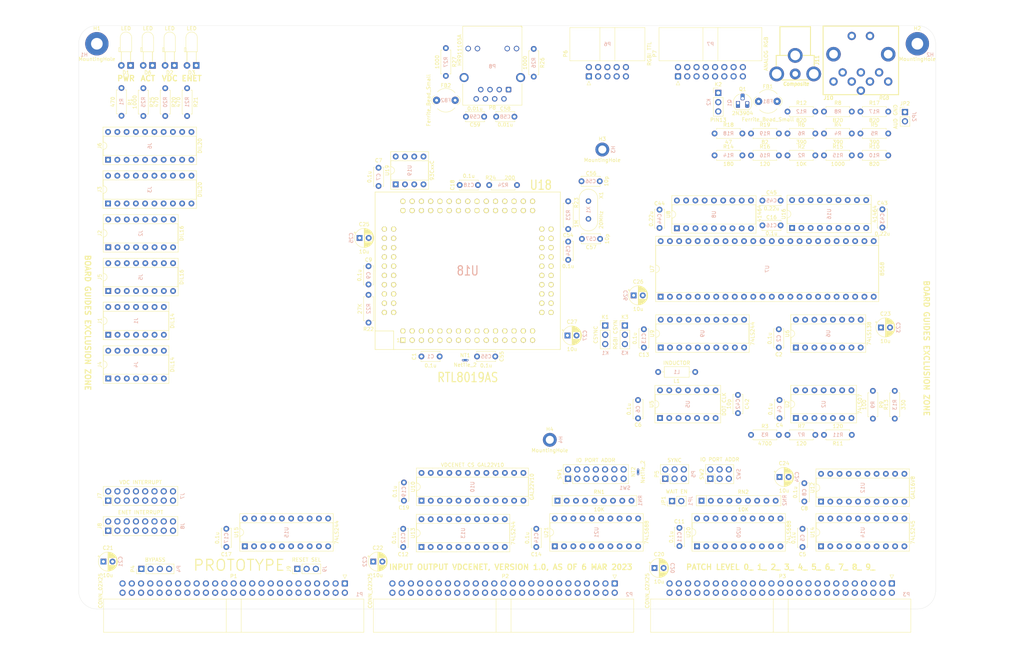
<source format=kicad_pcb>
(kicad_pcb (version 20211014) (generator pcbnew)
  (layers (0 "F.Cu" signal) (31 "B.Cu" signal) (34 "B.Paste" user) (35 "F.Paste" user) (36 "B.SilkS" user "B.Silkscreen") (37 "F.SilkS" user "F.Silkscreen") (38 "B.Mask" user) (39 "F.Mask" user) (44 "Edge.Cuts" user))
  (net 0 "")
  (net 1 "GND")
  (net 2 "VCC")
  (net 3 "/VDC/DCLK#")
  (net 4 "Net-(C56-Pad2)")
  (net 5 "Net-(C57-Pad2)")
  (net 6 "Net-(RN1-Pad9)")
  (net 7 "Net-(RN1-Pad5)")
  (net 8 "Net-(RN1-Pad4)")
  (net 9 "Net-(RN1-Pad3)")
  (net 10 "Net-(RN1-Pad2)")
  (net 11 "Net-(D1-Pad2)")
  (net 12 "-12V")
  (net 13 "~{EIRQ0}")
  (net 14 "~{EIRQ1}")
  (net 15 "~{EIRQ2}")
  (net 16 "~{EIRQ3}")
  (net 17 "~{EIRQ4}")
  (net 18 "~{EIRQ5}")
  (net 19 "~{EIRQ6}")
  (net 20 "~{EIRQ7}")
  (net 21 "~{M1}")
  (net 22 "~{IORQ}")
  (net 23 "~{WR}")
  (net 24 "~{RD}")
  (net 25 "A0")
  (net 26 "A1")
  (net 27 "A2")
  (net 28 "A3")
  (net 29 "A4")
  (net 30 "A5")
  (net 31 "A6")
  (net 32 "A7")
  (net 33 "+12V")
  (net 34 "D0")
  (net 35 "D1")
  (net 36 "D2")
  (net 37 "D3")
  (net 38 "D4")
  (net 39 "D5")
  (net 40 "D6")
  (net 41 "D7")
  (net 42 "ONE")
  (net 43 "ZERO")
  (net 44 "bD6")
  (net 45 "bD5")
  (net 46 "bD4")
  (net 47 "bD3")
  (net 48 "bD2")
  (net 49 "bD1")
  (net 50 "bD0")
  (net 51 "~{bWR}")
  (net 52 "~{bRD}")
  (net 53 "bA0")
  (net 54 "bD7")
  (net 55 "~{bRESET}")
  (net 56 "~{bM1}")
  (net 57 "bA7")
  (net 58 "bA6")
  (net 59 "bA5")
  (net 60 "bA4")
  (net 61 "~{bIORQ}")
  (net 62 "bA1")
  (net 63 "bA2")
  (net 64 "bA3")
  (net 165 "/bus/D15")
  (net 166 "/bus/D31")
  (net 167 "/bus/D14")
  (net 168 "/bus/D30")
  (net 169 "/bus/D13")
  (net 170 "/bus/D29")
  (net 171 "/bus/D12")
  (net 172 "/bus/D28")
  (net 173 "/bus/D11")
  (net 174 "/bus/D27")
  (net 175 "/bus/D10")
  (net 176 "/bus/D26")
  (net 177 "/bus/D9")
  (net 178 "/bus/D25")
  (net 179 "/bus/D8")
  (net 180 "/bus/D24")
  (net 181 "/bus/D23")
  (net 182 "/bus/D22")
  (net 183 "/bus/D21")
  (net 184 "/bus/D20")
  (net 185 "/bus/D19")
  (net 186 "/bus/D18")
  (net 187 "/bus/D17")
  (net 188 "/bus/D16")
  (net 189 "/bus/~{BUSERR}")
  (net 190 "/bus/UDS")
  (net 191 "/bus/~{VPA}")
  (net 192 "/bus/LDS")
  (net 193 "/bus/~{VMA}")
  (net 194 "/bus/S2")
  (net 195 "/bus/~{BHE}")
  (net 196 "/bus/S1")
  (net 197 "/bus/IPL2")
  (net 198 "/bus/S0")
  (net 199 "/bus/IPL1")
  (net 200 "/bus/AUXCLK3")
  (net 201 "/bus/IPL0")
  (net 202 "/bus/AUXCLK2")
  (net 203 "/bus/A15")
  (net 204 "/bus/A31")
  (net 205 "/bus/A14")
  (net 206 "/bus/A30")
  (net 207 "/bus/A13")
  (net 208 "/bus/A29")
  (net 209 "/bus/A12")
  (net 210 "/bus/A28")
  (net 211 "/bus/A11")
  (net 212 "/bus/A27")
  (net 213 "/bus/A10")
  (net 214 "/bus/A26")
  (net 215 "/bus/A9")
  (net 216 "/bus/A25")
  (net 217 "/bus/A8")
  (net 218 "/bus/A24")
  (net 219 "/bus/A23")
  (net 220 "/bus/A22")
  (net 221 "/bus/A21")
  (net 222 "/bus/A20")
  (net 223 "/bus/A19")
  (net 224 "/bus/A18")
  (net 225 "/bus/A17")
  (net 226 "/bus/A16")
  (net 227 "/bus/IC3")
  (net 228 "Net-(C58-Pad1)")
  (net 229 "/bus/IC2")
  (net 230 "Net-(C59-Pad1)")
  (net 231 "/bus/IC1")
  (net 232 "Net-(D6-Pad1)")
  (net 233 "/bus/IC0")
  (net 234 "Net-(D6-Pad2)")
  (net 235 "/bus/AUXCLK1")
  (net 236 "/bus/AUXCLK0")
  (net 237 "/bus/E")
  (net 238 "/bus/ST")
  (net 239 "/bus/PHI")
  (net 240 "/bus/~{MREQ}")
  (net 241 "/bus/~{INT2}")
  (net 242 "/bus/~{INT1}")
  (net 243 "/bus/~{BUSACK}")
  (net 244 "/bus/CRUCLK")
  (net 245 "/bus/CLK")
  (net 246 "/bus/CRUOUT")
  (net 247 "/bus/CRUIN")
  (net 248 "/bus/~{NMI}")
  (net 249 "~{RES_IN}")
  (net 250 "~{RES_OUT}")
  (net 251 "/bus/USER8")
  (net 252 "/bus/~{BUSRQ}")
  (net 253 "/bus/USER7")
  (net 254 "/VDC/CVBS")
  (net 255 "/bus/USER6")
  (net 256 "/bus/~{HALT}")
  (net 257 "/bus/USER5")
  (net 258 "/bus/~{RFSH}")
  (net 259 "/bus/USER4")
  (net 260 "/bus/USER3")
  (net 261 "/bus/USER2")
  (net 262 "/bus/USER1")
  (net 263 "/bus/USER0")
  (net 264 "~{BAI}")
  (net 265 "~{BAO}")
  (net 266 "~{IEI}")
  (net 267 "~{IEO}")
  (net 268 "/bus/I2C_SCL")
  (net 269 "/bus/I2C_SDA")
  (net 270 "/VDC/MONOCHROME")
  (net 271 "Net-(FB2-Pad2)")
  (net 272 "Net-(J7-Pad1)")
  (net 273 "Net-(J8-Pad1)")
  (net 274 "~{WAIT}")
  (net 275 "/VDC/AUDIO")
  (net 279 "~{CSYNOUT}")
  (net 285 "CSYNOUT")
  (net 286 "/VDC/VGA-CSYNC")
  (net 287 "HSYNOUT")
  (net 288 "~{HSYNOUT}")
  (net 289 "Net-(K3-Pad2)")
  (net 290 "Net-(L1-Pad2)")
  (net 297 "~{VSYNOUT}")
  (net 298 "VSYNOUT")
  (net 311 "Net-(J9-Pad2)")
  (net 312 "/bus/~{TEND1}")
  (net 313 "/bus/~{DREQ1}")
  (net 314 "/bus/~{TEND0}")
  (net 315 "/bus/~{DREQ0}")
  (net 316 "~{ENET_INT0}")
  (net 317 "Net-(U18-Pad35)")
  (net 318 "/VDC/VGA-HSYNC")
  (net 319 "/VDC/VGA-VSYNC")
  (net 320 "CS_VDC")
  (net 321 "/VDC/IOUT")
  (net 322 "/VDC/ROUT")
  (net 323 "/VDC/GOUT")
  (net 324 "/VDC/BOUT")
  (net 325 "/VDC/LP2#")
  (net 326 "/VDC/VGA-RED")
  (net 327 "/VDC/VGA-GREEN")
  (net 328 "/VDC/VGA-BLUE")
  (net 333 "Net-(P8-Pad1)")
  (net 334 "Net-(P8-Pad2)")
  (net 335 "Net-(P8-Pad3)")
  (net 336 "Net-(P8-Pad6)")
  (net 338 "Net-(P8-Pad9)")
  (net 339 "Net-(P8-Pad10)")
  (net 340 "Net-(P8-Pad11)")
  (net 341 "Net-(P8-Pad12)")
  (net 342 "Net-(Q1-Pad2)")
  (net 343 "Net-(Q1-Pad3)")
  (net 344 "/VDC/INTR#")
  (net 345 "Net-(R11-Pad2)")
  (net 346 "Net-(R7-Pad2)")
  (net 347 "/VDC/FIX_BROWN")
  (net 348 "RD")
  (net 349 "ENET_INT0")
  (net 350 "Net-(R22-Pad1)")
  (net 351 "Net-(RN1-Pad6)")
  (net 352 "Net-(RN1-Pad7)")
  (net 353 "Net-(RN1-Pad8)")
  (net 354 "Net-(RN2-Pad2)")
  (net 355 "Net-(RN2-Pad3)")
  (net 356 "Net-(RN2-Pad4)")
  (net 361 "Net-(RN2-Pad9)")
  (net 362 "~{CS_VDC}")
  (net 363 "~{CS_ENET}")
  (net 364 "~{BUS_EN}")
  (net 365 "bRESET")
  (net 366 "/VDC/I")
  (net 367 "/VDC/CV")
  (net 368 "/VDC/CSYNC")
  (net 385 "/VDC/CAS#")
  (net 386 "/VDC/CCLK")
  (net 387 "/VDC/HSYN")
  (net 388 "/VDC/VSYN")
  (net 389 "/VDC/DR-W")
  (net 390 "/VDC/DA0")
  (net 391 "/VDC/DA1")
  (net 392 "/VDC/DA2")
  (net 393 "/VDC/DA3")
  (net 394 "/VDC/DA4")
  (net 395 "/VDC/DA5")
  (net 396 "/VDC/DA6")
  (net 397 "/VDC/DA7")
  (net 398 "/VDC/DD0")
  (net 399 "/VDC/DD1")
  (net 400 "/VDC/DD2")
  (net 401 "/VDC/DD3")
  (net 402 "/VDC/DD4")
  (net 403 "/VDC/DD5")
  (net 404 "/VDC/DD6")
  (net 405 "/VDC/DD7")
  (net 406 "/VDC/B")
  (net 407 "/VDC/G")
  (net 408 "/VDC/R")
  (net 409 "/VDC/RAS#")
  (net 412 "~{VDC_LED}")
  (net 413 "Net-(D2-Pad2)")
  (net 418 "Net-(U18-Pad76)")
  (net 419 "Net-(U18-Pad77)")
  (net 420 "Net-(U18-Pad78)")
  (net 421 "Net-(U18-Pad79)")
  (net 435 "/VDC/AV")
  (net 436 "/VDC/YS")
  (net 437 "Net-(JP1-Pad2)")
  (net 438 "Net-(K2-Pad2)")
  (net 439 "~{ENET_LED}")
  (net 440 "Net-(D3-Pad2)")
  (net 441 "/bus/~{INT0}")
  (footprint "MountingHole:MountingHole_3.2mm_M3_Pad" (layer "F.Cu") (at 265 75)
    (fp_text reference "H2")
    (fp_text value "MountingHole")
  )
  (footprint "MountingHole:MountingHole_3.2mm_M3_Pad" (layer "F.Cu") (at 40 75)
    (fp_text reference "H1")
    (fp_text value "MountingHole")
  )
  (footprint "Connector_IDC:IDC-Header_2x25_P2.54mm_Horizontal" (layer "F.Cu") (at 182 223 -90)
    (fp_text reference "P2")
    (fp_text value "CONN_02X25")
  )
  (footprint "Connector_IDC:IDC-Header_2x25_P2.54mm_Horizontal" (layer "F.Cu") (at 258 223 -90)
    (fp_text reference "P3")
    (fp_text value "CONN_02X25")
  )
  (footprint "Connector_IDC:IDC-Header_2x25_P2.54mm_Horizontal" (layer "F.Cu") (at 108 223 -90)
    (fp_text reference "P1")
    (fp_text value "CONN_02X25")
  )
  (footprint "Package_DIP:DIP-20_W7.62mm_Socket" (layer "F.Cu") (at 204.575 212.8 90)
    (fp_text reference "U20")
    (fp_text value "74LS688")
  )
  (footprint "Inductor_THT:L_Axial_L6.6mm_D2.7mm_P10.16mm_Horizontal_Vishay_IM-2" (layer "F.Cu") (at 204.08 165 180)
    (fp_text reference "L1")
    (fp_text value "INDUCTOR")
  )
  (footprint "Package_DIP:DIP-16_W7.62mm_Socket" (layer "F.Cu") (at 43.125 130.8 90)
    (fp_text reference "J2")
    (fp_text value "DIL16")
  )
  (footprint "Package_DIP:DIP-14_W7.62mm_Socket" (layer "F.Cu") (at 194.425 177.64 90)
    (fp_text reference "U5")
    (fp_text value "DOT CLK")
  )
  (footprint "Capacitor_THT:CP_Radial_D5.0mm_P2.50mm" (layer "F.Cu") (at 254.994888 152.8)
    (fp_text reference "C23")
    (fp_text value "10u")
  )
  (footprint "Capacitor_THT:CP_Radial_D5.0mm_P2.50mm" (layer "F.Cu") (at 115.794888 217)
    (fp_text reference "C22")
    (fp_text value "10u")
  )
  (footprint "Resistor_THT:R_Axial_DIN0207_L6.3mm_D2.5mm_P7.62mm_Horizontal" (layer "F.Cu") (at 258.8 177.8 90)
    (fp_text reference "R13")
    (fp_text value "330")
  )
  (footprint "Connector_PinHeader_2.54mm:PinHeader_1x02_P2.54mm_Vertical" (layer "F.Cu") (at 261.6 93.725)
    (fp_text reference "JP2")
    (fp_text value "AUD GND")
  )
  (footprint "LED_THT:LED_D3.0mm_Horizontal_O3.81mm_Z2.0mm" (layer "F.Cu") (at 49.25 80.95 180)
    (fp_text reference "D1")
    (fp_text value "LED")
  )
  (footprint "Capacitor_THT:C_Disc_D5.0mm_W2.5mm_P5.00mm" (layer "F.Cu") (at 194.3 125.5 90)
    (fp_text reference "C44")
    (fp_text value "0.22u")
  )
  (footprint "Capacitor_THT:C_Disc_D5.0mm_W2.5mm_P5.00mm" (layer "F.Cu") (at 160.5 208 -90)
    (fp_text reference "C14")
    (fp_text value "0.1u")
  )
  (footprint "Resistor_THT:R_Axial_DIN0207_L6.3mm_D2.5mm_P7.62mm_Horizontal" (layer "F.Cu") (at 229.39 182.25)
    (fp_text reference "R7")
    (fp_text value "120")
  )
  (footprint "Capacitor_THT:CP_Radial_D5.0mm_P2.50mm" (layer "F.Cu") (at 192.917088 218.75)
    (fp_text reference "C20")
    (fp_text value "10u")
  )
  (footprint "Ferrite_THT:LairdTech_28C0236-0JW-10" (layer "F.Cu") (at 221.46 90.8)
    (fp_text reference "FB1")
    (fp_text value "Ferrite_Bead_Small")
  )
  (footprint "Capacitor_THT:C_Disc_D5.0mm_W2.5mm_P5.00mm" (layer "F.Cu") (at 227 153.29 -90)
    (fp_text reference "C2")
    (fp_text value "0.1u")
  )
  (footprint "Capacitor_THT:C_Disc_D5.0mm_W2.5mm_P5.00mm" (layer "F.Cu") (at 178 128.5 180)
    (fp_text reference "C57")
    (fp_text value "10p")
  )
  (footprint "Capacitor_THT:C_Disc_D5.0mm_W2.5mm_P5.00mm" (layer "F.Cu") (at 117.25 109 -90)
    (fp_text reference "C7")
    (fp_text value "0.1u")
  )
  (footprint "QFP100-DIP-Adapter:QFP100-DIP-Adapter" (layer "F.Cu") (at 141.7 137.25 180)
    (fp_text reference "U18")
    (fp_text value "RTL8019AS")
  )
  (footprint "Package_DIP:DIP-16_W7.62mm_Socket" (layer "F.Cu") (at 43.125 142.8 90)
    (fp_text reference "J5")
    (fp_text value "DIL16")
  )
  (footprint "Package_DIP:DIP-20_W7.62mm_Socket" (layer "F.Cu") (at 165.575 212.8 90)
    (fp_text reference "U21")
    (fp_text value "74LS688")
  )
  (footprint "Capacitor_THT:C_Disc_D5.0mm_W2.5mm_P5.00mm" (layer "F.Cu") (at 144.5 113.75 180)
    (fp_text reference "C18")
    (fp_text value "0.1u")
  )
  (footprint "Capacitor_THT:C_Disc_D5.0mm_W2.5mm_P5.00mm" (layer "F.Cu") (at 114.5 136 -90)
    (fp_text reference "C9")
    (fp_text value "0.1u")
  )
  (footprint "Connector_IDC:IDC-Header_2x05_P2.54mm_Horizontal" (layer "F.Cu") (at 174.92 83.9475 90)
    (fp_text reference "P6")
    (fp_text value "RGBI TTL")
  )
  (footprint "LED_THT:LED_D3.0mm_Horizontal_O3.81mm_Z2.0mm" (layer "F.Cu") (at 67.25 80.95 180)
    (fp_text reference "D3")
    (fp_text value "LED")
  )
  (footprint "Capacitor_THT:CP_Radial_D5.0mm_P2.50mm" (layer "F.Cu") (at 187.194888 144)
    (fp_text reference "C26")
    (fp_text value "10u")
  )
  (footprint "Resistor_THT:R_Axial_DIN0207_L6.3mm_D2.5mm_P7.62mm_Horizontal" (layer "F.Cu") (at 239.39 105.6)
    (fp_text reference "R15")
    (fp_text value "1000")
  )
  (footprint "Connector_PinHeader_2.54mm:PinHeader_1x03_P2.54mm_Vertical" (layer "F.Cu") (at 94.975 219 90)
    (fp_text reference "J9")
    (fp_text value "RESET SEL")
  )
  (footprint "Resistor_THT:R_Axial_DIN0207_L6.3mm_D2.5mm_P7.62mm_Horizontal" (layer "F.Cu") (at 46.75 87.13 -90)
    (fp_text reference "R1")
    (fp_text value "470")
  )
  (footprint "Resistor_THT:R_Axial_DIN0207_L6.3mm_D2.5mm_P7.62mm_Horizontal" (layer "F.Cu") (at 229.39 99.6)
    (fp_text reference "R6")
    (fp_text value "390")
  )
  (footprint "Connector_PinHeader_2.54mm:PinHeader_1x02_P2.54mm_Vertical" (layer "F.Cu") (at 197.725 200.4 90)
    (fp_text reference "JP1")
    (fp_text value "WAIT EN")
  )
  (footprint "Resistor_THT:R_Axial_DIN0207_L6.3mm_D2.5mm_P7.62mm_Horizontal" (layer "F.Cu") (at 252.8 170.18 -90)
    (fp_text reference "R9")
    (fp_text value "100")
  )
  (footprint "Capacitor_THT:C_Disc_D5.0mm_W2.5mm_P5.00mm" (layer "F.Cu") (at 255.4 125.4 90)
    (fp_text reference "C43")
    (fp_text value "0.22u")
  )
  (footprint "Package_DIP:DIP-20_W7.62mm_Socket" (layer "F.Cu") (at 238.575 212.8 90)
    (fp_text reference "U14")
    (fp_text value "74LS245")
  )
  (footprint "Capacitor_THT:C_Disc_D5.0mm_W2.5mm_P5.00mm" (layer "F.Cu") (at 169.25 129.25 -90)
    (fp_text reference "C54")
    (fp_text value "0.1u")
  )
  (footprint "Resistor_THT:R_Axial_DIN0207_L6.3mm_D2.5mm_P7.62mm_Horizontal" (layer "F.Cu") (at 229.39 93.6)
    (fp_text reference "R12")
    (fp_text value "820")
  )
  (footprint "Resistor_THT:R_Array_SIP9" (layer "F.Cu") (at 205.825 200.305)
    (fp_text reference "RN2")
    (fp_text value "10K")
  )
  (footprint "Capacitor_THT:C_Disc_D5.0mm_W2.5mm_P5.00mm" (layer "F.Cu") (at 177.9 112.7 180)
    (fp_text reference "C56")
    (fp_text value "10p")
  )
  (footprint "Resistor_THT:R_Axial_DIN0207_L6.3mm_D2.5mm_P7.62mm_Horizontal" (layer "F.Cu") (at 169.25 118.19 -90)
    (fp_text reference "R23")
    (fp_text value "1M")
  )
  (footprint "Package_TO_SOT_THT:TO-92L_HandSolder" (layer "F.Cu") (at 215.8 91.25)
    (fp_text reference "Q1")
    (fp_text value "2N3904")
  )
  (footprint "Capacitor_THT:C_Disc_D5.0mm_W2.5mm_P5.00mm" (layer "F.Cu") (at 222.5 118)
    (fp_text reference "C45")
    (fp_text value "0.22u")
  )
  (footprint "Resistor_THT:R_Axial_DIN0207_L6.3mm_D2.5mm_P7.62mm_Horizontal" (layer "F.Cu") (at 219.39 105.6)
    (fp_text reference "R16")
    (fp_text value "120")
  )
  (footprint "Capacitor_THT:CP_Radial_D5.0mm_P2.50mm" (layer "F.Cu") (at 41.794888 217)
    (fp_text reference "C21")
    (fp_text value "10u")
  )
  (footprint "Package_DIP:DIP-20_W7.62mm_Socket" (layer "F.Cu") (at 194.625 158.29 90)
    (fp_text reference "U9")
    (fp_text value "74LS244")
  )
  (footprint "Connector_PinHeader_2.54mm:PinHeader_2x03_P2.54mm_Vertical" (layer "F.Cu") (at 208.225 194.275 90)
    (fp_text reference "SW2")
    (fp_text value "IO PORT ADDR")
  )
  (footprint "Capacitor_THT:C_Disc_D5.0mm_W2.5mm_P5.00mm" (layer "F.Cu") (at 124 208 -90)
    (fp_text reference "C12")
    (fp_text value "0.1u")
  )
  (footprint "Resistor_THT:R_Axial_DIN0207_L6.3mm_D2.5mm_P7.62mm_Horizontal" (layer "F.Cu") (at 239.39 93.6)
    (fp_text reference "R8")
    (fp_text value "820")
  )
  (footprint "Package_DIP:DIP-24_W7.62mm_Socket" (layer "F.Cu") (at 129.025 200.3 90)
    (fp_text reference "U10")
    (fp_text value "GAL22V10")
  )
  (footprint "Resistor_THT:R_Axial_DIN0207_L6.3mm_D2.5mm_P7.62mm_Horizontal" (layer "F.Cu") (at 209.39 105.6)
    (fp_text reference "R14")
    (fp_text value "180")
  )
  (footprint "Connector_Video:Conn_DIN_8pin" (layer "F.Cu") (at 249.5 70.1615)
    (fp_text reference "J10")
    (fp_text value "RGB")
  )
  (footprint "Resistor_THT:R_Axial_DIN0207_L6.3mm_D2.5mm_P7.62mm_Horizontal" (layer "F.Cu") (at 219.39 99.6)
    (fp_text reference "R19")
    (fp_text value "82")
  )
  (footprint "Resistor_THT:R_Axial_DIN0207_L6.3mm_D2.5mm_P7.62mm_Horizontal" (layer "F.Cu") (at 239.39 99.6)
    (fp_text reference "R4")
    (fp_text value "390")
  )
  (footprint "Resistor_THT:R_Axial_DIN0207_L6.3mm_D2.5mm_P7.62mm_Horizontal" (layer "F.Cu") (at 114.5 143.85 -90)
    (fp_text reference "R22")
    (fp_text value "27K")
  )
  (footprint "Ferrite_THT:LairdTech_28C0236-0JW-10" (layer "F.Cu") (at 133.16 90.5)
    (fp_text reference "FB2")
    (fp_text value "Ferrite_Bead_Small")
  )
  (footprint "NetTie:NetTie-2_THT_Pad0.3mm" (layer "F.Cu") (at 140.4 161.75)
    (fp_text reference "NT1")
    (fp_text value "NetTie_2")
  )
  (footprint "Resistor_THT:R_Axial_DIN0207_L6.3mm_D2.5mm_P7.62mm_Horizontal" (layer "F.Cu") (at 64.75 87.19 -90)
    (fp_text reference "R21")
    (fp_text value "470")
  )
  (footprint "Package_DIP:DIP-18_W7.62mm_Socket" (layer "F.Cu") (at 230.65 125.5 90)
    (fp_text reference "U16")
    (fp_text value "41464")
  )
  (footprint "Package_DIP:DIP-20_W7.62mm_Socket" (layer "F.Cu") (at 43.075 118.8 90)
    (fp_text reference "J3")
    (fp_text value "DIL20")
  )
  (footprint "Connector_PinHeader_2.54mm:PinHeader_1x04_P2.54mm_Vertical" (layer "F.Cu") (at 52.2 219 90)
    (fp_text reference "P4")
    (fp_text value "BYPASS")
  )
  (footprint "Resistor_THT:R_Axial_DIN0207_L6.3mm_D2.5mm_P7.62mm_Horizontal" (layer "F.Cu") (at 249.39 99.6)
    (fp_text reference "R5")
    (fp_text value "390")
  )
  (footprint "Connector_IDC:IDC-Header_2x08_P2.54mm_Horizontal" (layer "F.Cu") (at 199.36 83.9475 90)
    (fp_text reference "P7")
    (fp_text value "ANALOG RGB")
  )
  (footprint "Resistor_THT:R_Axial_DIN0207_L6.3mm_D2.5mm_P7.62mm_Horizontal" (layer "F.Cu") (at 247.01 182.25 180)
    (fp_text reference "R11")
    (fp_text value "120")
  )
  (footprint "Capacitor_THT:C_Disc_D5.0mm_W2.5mm_P5.00mm" (layer "F.Cu") (at 144.25 160.75)
    (fp_text reference "C55")
    (fp_text value "0.1u")
  )
  (footprint "Resistor_THT:R_Axial_DIN0207_L6.3mm_D2.5mm_P7.62mm_Horizontal" (layer "F.Cu") (at 147.59 113.75)
    (fp_text reference "R24")
    (fp_text value "200")
  )
  (footprint "Connector_PinHeader_2.54mm:PinHeader_2x07_P2.54mm_Vertical" (layer "F.Cu") (at 169.2 194.275 90)
    (fp_text reference "SW1")
    (fp_text value "IO PORT ADDR")
  )
  (footprint "Connector_PinHeader_2.54mm:PinHeader_1x03_P2.54mm_Vertical" (layer "F.Cu") (at 210.4 88.475)
    (fp_text reference "K2")
    (fp_text value "PIN13")
  )
  (footprint "Package_DIP:DIP-14_W7.62mm_Socket" (layer "F.Cu") (at 43.125 154.8 90)
    (fp_text reference "J1")
    (fp_text value "DIL14")
  )
  (footprint "Capacitor_THT:CP_Radial_D5.0mm_P2.50mm" (layer "F.Cu") (at 169.044888 155)
    (fp_text reference "C27")
    (fp_text value "10u")
  )
  (footprint "Package_DIP:DIP-14_W7.62mm_Socket" (layer "F.Cu") (at 231.675 177.64 90)
    (fp_text reference "U2")
    (fp_text value "74LS07")
  )
  (footprint "LED_THT:LED_D3.0mm_Horizontal_O3.81mm_Z2.0mm" (layer "F.Cu") (at 61.25 80.95 180)
    (fp_text reference "D2")
    (fp_text value "LED")
  )
  (footprint "Resistor_THT:R_Axial_DIN0207_L6.3mm_D2.5mm_P7.62mm_Horizontal" (layer "F.Cu") (at 52.75 87.19 -90)
    (fp_text reference "R25")
    (fp_text value "1000")
  )
  (footprint "Crystal:Crystal_HC49-4H_Vertical" (layer "F.Cu") (at 174.8 118.15 -90)
    (fp_text reference "X1")
    (fp_text value "20MHz")
  )
  (footprint "Capacitor_THT:C_Disc_D5.0mm_W2.5mm_P5.00mm" (layer "F.Cu") (at 215.8 171.29 -90)
    (fp_text reference "C42")
    (fp_text value "10p")
  )
  (footprint "Capacitor_THT:C_Disc_D5.0mm_W2.5mm_P5.00mm" (layer "F.Cu") (at 190 153.29 -90)
    (fp_text reference "C13")
    (fp_text value "0.1u")
  )
  (footprint "MountingHole:MountingHole_2.2mm_M2_DIN965_Pad" (layer "F.Cu") (at 178.6 104)
    (fp_text reference "H3")
    (fp_text value "MountingHole")
  )
  (footprint "Capacitor_THT:C_Disc_D5.0mm_W2.5mm_P5.00mm" (layer "F.Cu") (at 227.2 172.69 -90)
    (fp_text reference "C4")
    (fp_text value "0.1u")
  )
  (footprint "Connector_PinHeader_2.54mm:PinHeader_1x03_P2.54mm_Vertical" (layer "F.Cu") (at 179.4 152.265)
    (fp_text reference "K1")
    (fp_text value "CSYNC")
  )
  (footprint "Package_DIP:DIP-20_W7.62mm_Socket" (layer "F.Cu") (at 43.075 106.8 90)
    (fp_text reference "J6")
    (fp_text value "DIL20")
  )
  (footprint "Package_DIP:DIP-48_W15.24mm_Socket" (layer "F.Cu") (at 194.6 144.365 90)
    (fp_text reference "U7")
    (fp_text value "8568")
  )
  (footprint "Resistor_THT:R_Axial_DIN0207_L6.3mm_D2.5mm_P7.62mm_Horizontal" (layer "F.Cu") (at 249.39 105.6)
    (fp_text reference "R10")
    (fp_text value "820")
  )
  (footprint "Capacitor_THT:CP_Radial_D5.0mm_P2.50mm" (layer "F.Cu") (at 112.044888 128.25)
    (fp_text reference "C25")
    (fp_text value "10u")
  )
  (footprint "Resistor_THT:R_Axial_DIN0207_L6.3mm_D2.5mm_P7.62mm_Horizontal" (layer "F.Cu") (at 159.8 76.4 -90)
    (fp_text reference "R26")
    (fp_text value "1000")
  )
  (footprint "Package_DIP:DIP-14_W7.62mm_Socket" (layer "F.Cu") (at 43.125 166.8 90)
    (fp_text reference "J4")
    (fp_text value "DIL14")
  )
  (footprint "Capacitor_THT:C_Disc_D5.0mm_W2.5mm_P5.00mm" (layer "F.Cu") (at 75.5 208 -90)
    (fp_text reference "C17")
    (fp_text value "0.1u")
  )
  (footprint "Package_DIP:DIP-8_W7.62mm_Socket" (layer "F.Cu") (at 121.95 113.55 90)
    (fp_text reference "U19")
    (fp_text value "93CxxC")
  )
  (footprint "NetTie:NetTie-2_THT_Pad0.3mm" (layer "F.Cu") (at 188.4 193 90)
    (fp_text reference "NT2")
    (fp_text value "NetTie_2")
  )
  (footprint "Package_DIP:DIP-20_W7.62mm_Socket" (layer "F.Cu") (at 129 213 90)
    (fp_text reference "U13")
    (fp_text value "74LS244")
  )
  (footprint "Resistor_THT:R_Axial_DIN0207_L6.3mm_D2.5mm_P7.62mm_Horizontal" (layer "F.Cu") (at 219.39 182.25)
    (fp_text reference "R3")
    (fp_text value "4700")
  )
  (footprint "Resistor_THT:R_Axial_DIN0207_L6.3mm_D2.5mm_P7.62mm_Horizontal" (layer "F.Cu") (at 229.39 105.6)
    (fp_text reference "R2")
    (fp_text value "10K")
  )
  (footprint "Capacitor_THT:C_Disc_D5.0mm_W2.5mm_P5.00mm" (layer "F.Cu") (at 129 160.75)
    (fp_text reference "C1")
    (fp_text value "0.1u")
  )
  (footprint "Resistor_THT:R_Axial_DIN0207_L6.3mm_D2.5mm_P7.62mm_Horizontal" (layer "F.Cu") (at 135.7 76.19 -90)
    (fp_text reference "R27")
    (fp_text value "1000")
  )
  (footprint "Capacitor_THT:C_Disc_D5.0mm_W2.5mm_P5.00mm" (layer "F.Cu") (at 188.4 172.7 -90)
    (fp_text reference "C6")
    (fp_text value "0.1u")
  )
  (footprint "Connector_PinHeader_2.54mm:PinHeader_2x08_P2.54mm_Vertical" (layer "F.Cu") (at 43.1 200.275 90)
    (fp_text reference "J7")
    (fp_text value "VDC INTERRUPT")
  )
  (footprint "Resistor_THT:R_Axial_DIN0207_L6.3mm_D2.5mm_P7.62mm_Horizontal" (layer "F.Cu") (at 249.39 93.6)
    (fp_text reference "R17")
    (fp_text value "820")
  )
  (footprint "Capacitor_THT:C_Disc_D5.0mm_W2.5mm_P5.00mm" (layer "F.Cu") (at 234 195.5 -90)
    (fp_text reference "C8")
    (fp_text value "0.1u")
  )
  (footprint "Package_DIP:DIP-20_W7.62mm_Socket" (layer "F.Cu") (at 80.575 212.8 90)
    (fp_text reference "U15")
    (fp_text value "74LS244")
  )
  (footprint "Capacitor_THT:C_Disc_D5.0mm_W2.5mm_P5.00mm" (layer "F.Cu") (at 233.5 208 -90)
    (fp_text reference "C5")
    (fp_text value "0.1u")
  )
  (footprint "MountingHole:MountingHole_2.2mm_M2_DIN965_Pad" (layer "F.Cu") (at 164.2 183.6)
    (fp_text reference "H4")
    (fp_text value "MountingHole")
  )
  (footprint "Capacitor_THT:C_Disc_D5.0mm_W2.5mm_P5.00mm" (layer "F.Cu") (at 149.5 95)
    (fp_text reference "C58")
    (fp_text value "0.01u")
  )
  (footprint "LED_THT:LED_D3.0mm_Horizontal_O3.81mm_Z2.0mm" (layer "F.Cu") (at 55.25 80.95 180)
    (fp_text reference "D6")
    (fp_text value "LED")
  )
  (footprint "Resistor_THT:R_Axial_DIN0207_L6.3mm_D2.5mm_P7.62mm_Horizontal" (layer "F.Cu") (at 58.75 87.19 -90)
    (fp_text reference "R20")
    (fp_text value "470")
  )
  (footprint "Capacitor_THT:C_Disc_D5.0mm_W2.5mm_P5.00mm" (layer "F.Cu") (at 222.5 124.8)
    (fp_text reference "C16")
    (fp_text value "0.1u")
  )
  (footprint "Capacitor_THT:CP_Radial_D5.0mm_P2.50mm" (layer "F.Cu") (at 227.194888 193.8)
    (fp_text reference "C24")
    (fp_text value "10u")
  )
  (footprint "Package_DIP:DIP-18_W7.62mm_Socket" (layer "F.Cu") (at 199.05 125.6 90)
    (fp_text reference "U8")
    (fp_text value "41464")
  )
  (footprint "Connector_Video:Conn_RCA_Right" (layer "F.Cu") (at 231.5 78.1945 -90)
    (fp_text reference "J11")
    (fp_text value "Composite")
  )
  (footprint "Capacitor_THT:C_Disc_D5.0mm_W2.5mm_P5.00mm" (layer "F.Cu") (at 124.2 195.3 -90)
    (fp_text reference "C19")
    (fp_text value "0.1u")
  )
  (footprint "Capacitor_THT:C_Disc_D5.0mm_W2.5mm_P5.00mm" (layer "F.Cu") (at 146.2 95 180)
    (fp_text reference "C59")
    (fp_text value "0.01u")
  )
  (footprint "Resistor_THT:R_Array_SIP9" (layer "F.Cu") (at 166.295 200.305)
    (fp_text reference "RN1")
    (fp_text value "10K")
  )
  (footprint "Package_DIP:DIP-16_W7.62mm_Socket" (layer "F.Cu") (at 231.675 158.29 90)
    (fp_text reference "U6")
    (fp_text value "74LS138")
  )
  (footprint "Connector_PinHeader_2.54mm:PinHeader_1x03_P2.54mm_Vertical" (layer "F.Cu") (at 184.8 152.265)
    (fp_text reference "K3")
    (fp_text value "RGBI CSYN")
  )
  (footprint "Connector_PinHeader_2.54mm:PinHeader_2x03_P2.54mm_Vertical" (layer "F.Cu") (at 195.875 194.275 90)
    (fp_text reference "P5")
    (fp_text value "SYNC")
  )
  (footprint "Connector_RJ:RJ45_Hanrun_HR911105A" (layer "F.Cu") (at 152.89 87.5725 180)
    (fp_text reference "P8")
    (fp_text value "HR911105A")
  )
  (footprint "Package_DIP:DIP-20_W7.62mm_Socket" (layer "F.Cu") (at 238.575 200.55 90)
    (fp_text reference "U12")
    (fp_text value "GAL16V8")
  )
  (footprint "Connector_PinHeader_2.54mm:PinHeader_2x08_P2.54mm_Vertical" (layer "F.Cu") (at 43.1 208.525 90)
    (fp_text reference "J8")
    (fp_text value "ENET INTERRUPT")
  )
  (footprint "Resistor_THT:R_Axial_DIN0207_L6.3mm_D2.5mm_P7.62mm_Horizontal" (layer "F.Cu") (at 209.39 99.6)
    (fp_text reference "R18")
    (fp_text value "47")
  )
  (footprint "Capacitor_THT:C_Disc_D5.0mm_W2.5mm_P5.00mm" (layer "F.Cu") (at 199.75 207.75 -90)
    (fp_text reference "C11")
    (fp_text value "0.1u")
  )
  (gr_line (start 35 75) (end 35 225) (layer "Edge.Cuts") (width 0.05))
  (gr_line (start 40 230) (end 265 230) (layer "Edge.Cuts") (width 0.05))
  (gr_line (start 270 225) (end 270 75) (layer "Edge.Cuts") (width 0.05))
  (gr_line (start 265 70) (end 40 70) (layer "Edge.Cuts") (width 0.05))
  (gr_arc (start 265 70) (mid 268.535534 71.464466) (end 270 75) (layer "Edge.Cuts") (width 0.05))
  (gr_arc (start 40 230) (mid 36.464466 228.535534) (end 35 225) (layer "Edge.Cuts") (width 0.05))
  (gr_arc (start 35 75) (mid 36.464466 71.464466) (end 40 70) (layer "Edge.Cuts") (width 0.05))
  (gr_arc (start 270 225) (mid 268.535534 228.535534) (end 265 230) (layer "Edge.Cuts") (width 0.05))
  (gr_text "BOARD GUIDES EXCLUSION ZONE" (at 267.5 158.5 270) (layer "F.SilkS") (effects (font (size 1.5 1.5) (thickness 0.3))))
  (gr_text "BOARD GUIDES EXCLUSION ZONE" (at 37.5 151.5 270) (layer "F.SilkS") (effects (font (size 1.5 1.5) (thickness 0.3))))
  (gr_text "INPUT OUTPUT VDCENET, VERSION 1.0, AS OF 6 MAR 2023" (at 153.5 218.5) (layer "F.SilkS") (effects (font (size 1.5 1.5) (thickness 0.3))))
  (gr_text "ENET" (at 66 84.5) (layer "F.SilkS") (effects (font (size 1.5 1.5) (thickness 0.3))))
  (gr_text "VDC" (at 60 84.5) (layer "F.SilkS") (effects (font (size 1.5 1.5) (thickness 0.3))))
  (gr_text "PROTOTYPE" (at 79 218) (layer "F.SilkS") (effects (font (size 3 3) (thickness 0.3))))
  (gr_text "PWR" (at 48 84.5) (layer "F.SilkS") (effects (font (size 1.5 1.5) (thickness 0.3))))
  (gr_text "PATCH LEVEL 0_ 1_ 2_ 3_ 4_ 5_ 6_ 7_ 8_ 9_" (at 227.5 218.5) (layer "F.SilkS") (effects (font (size 1.5 1.5) (thickness 0.3))))
  (gr_text "ACT" (at 54 84.5) (layer "F.SilkS") (effects (font (size 1.5 1.5) (thickness 0.3))))
  (gr_text "VDCENET CS GAL22V10" (at 143 190.5) (layer "F.SilkS") (effects (font (size 1 1))))
)
</source>
